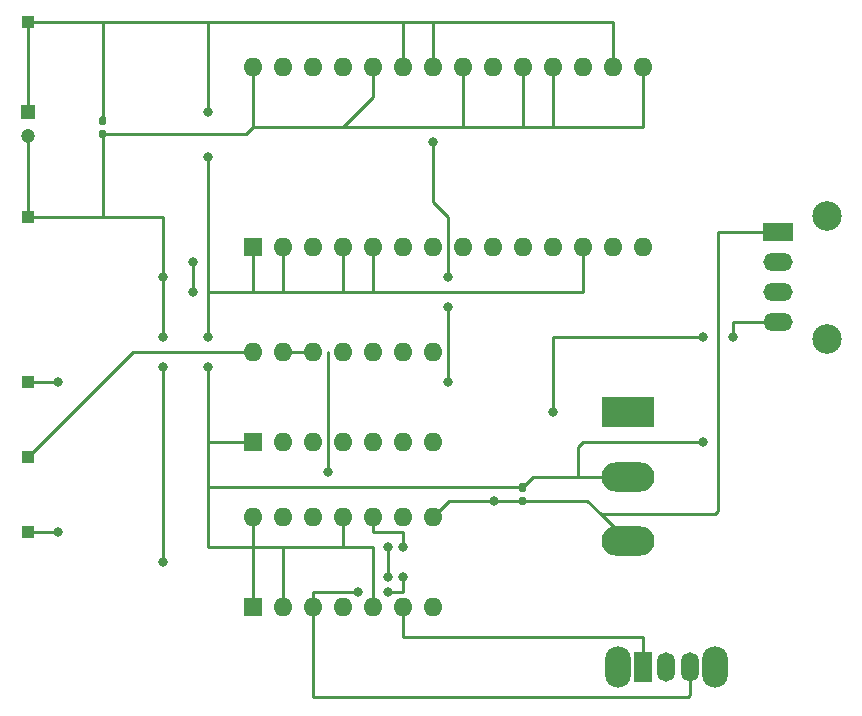
<source format=gbr>
%TF.GenerationSoftware,KiCad,Pcbnew,(5.1.12)-1*%
%TF.CreationDate,2021-11-17T21:29:09+01:00*%
%TF.ProjectId,SC-88VL,53432d38-3856-44c2-9e6b-696361645f70,rev?*%
%TF.SameCoordinates,Original*%
%TF.FileFunction,Copper,L1,Top*%
%TF.FilePolarity,Positive*%
%FSLAX46Y46*%
G04 Gerber Fmt 4.6, Leading zero omitted, Abs format (unit mm)*
G04 Created by KiCad (PCBNEW (5.1.12)-1) date 2021-11-17 21:29:09*
%MOMM*%
%LPD*%
G01*
G04 APERTURE LIST*
%TA.AperFunction,ComponentPad*%
%ADD10R,2.500000X1.500000*%
%TD*%
%TA.AperFunction,ComponentPad*%
%ADD11O,2.500000X1.500000*%
%TD*%
%TA.AperFunction,ComponentPad*%
%ADD12C,2.500000*%
%TD*%
%TA.AperFunction,ComponentPad*%
%ADD13R,1.600000X1.600000*%
%TD*%
%TA.AperFunction,ComponentPad*%
%ADD14O,1.600000X1.600000*%
%TD*%
%TA.AperFunction,ComponentPad*%
%ADD15O,4.500000X2.500000*%
%TD*%
%TA.AperFunction,ComponentPad*%
%ADD16R,4.500000X2.500000*%
%TD*%
%TA.AperFunction,ComponentPad*%
%ADD17O,2.200000X3.500000*%
%TD*%
%TA.AperFunction,ComponentPad*%
%ADD18O,1.500000X2.500000*%
%TD*%
%TA.AperFunction,ComponentPad*%
%ADD19R,1.500000X2.500000*%
%TD*%
%TA.AperFunction,SMDPad,CuDef*%
%ADD20R,1.000000X1.000000*%
%TD*%
%TA.AperFunction,ComponentPad*%
%ADD21C,1.200000*%
%TD*%
%TA.AperFunction,ComponentPad*%
%ADD22R,1.200000X1.200000*%
%TD*%
%TA.AperFunction,ViaPad*%
%ADD23C,0.800000*%
%TD*%
%TA.AperFunction,Conductor*%
%ADD24C,0.250000*%
%TD*%
G04 APERTURE END LIST*
D10*
%TO.P,TOTX170/173/193/194,1*%
%TO.N,N/C*%
X130810000Y-53340000D03*
D11*
%TO.P,TOTX170/173/193/194,2*%
X130810000Y-55880000D03*
%TO.P,TOTX170/173/193/194,3*%
X130810000Y-58420000D03*
%TO.P,TOTX170/173/193/194,4*%
X130810000Y-60960000D03*
D12*
%TO.P,TOTX170/173/193/194,5*%
X135010000Y-62350000D03*
%TO.P,TOTX170/173/193/194,6*%
X135010000Y-51950000D03*
%TD*%
D13*
%TO.P,TC9231N,1*%
%TO.N,N/C*%
X86360000Y-54610000D03*
D14*
%TO.P,TC9231N,15*%
X119380000Y-39370000D03*
%TO.P,TC9231N,2*%
X88900000Y-54610000D03*
%TO.P,TC9231N,16*%
X116840000Y-39370000D03*
%TO.P,TC9231N,3*%
X91440000Y-54610000D03*
%TO.P,TC9231N,17*%
X114300000Y-39370000D03*
%TO.P,TC9231N,4*%
X93980000Y-54610000D03*
%TO.P,TC9231N,18*%
X111760000Y-39370000D03*
%TO.P,TC9231N,5*%
X96520000Y-54610000D03*
%TO.P,TC9231N,19*%
X109220000Y-39370000D03*
%TO.P,TC9231N,6*%
X99060000Y-54610000D03*
%TO.P,TC9231N,20*%
X106680000Y-39370000D03*
%TO.P,TC9231N,7*%
X101600000Y-54610000D03*
%TO.P,TC9231N,21*%
X104140000Y-39370000D03*
%TO.P,TC9231N,8*%
X104140000Y-54610000D03*
%TO.P,TC9231N,22*%
X101600000Y-39370000D03*
%TO.P,TC9231N,9*%
X106680000Y-54610000D03*
%TO.P,TC9231N,23*%
X99060000Y-39370000D03*
%TO.P,TC9231N,10*%
X109220000Y-54610000D03*
%TO.P,TC9231N,24*%
X96520000Y-39370000D03*
%TO.P,TC9231N,11*%
X111760000Y-54610000D03*
%TO.P,TC9231N,25*%
X93980000Y-39370000D03*
%TO.P,TC9231N,12*%
X114300000Y-54610000D03*
%TO.P,TC9231N,26*%
X91440000Y-39370000D03*
%TO.P,TC9231N,13*%
X116840000Y-54610000D03*
%TO.P,TC9231N,27*%
X88900000Y-39370000D03*
%TO.P,TC9231N,14*%
X119380000Y-54610000D03*
%TO.P,TC9231N,28*%
X86360000Y-39370000D03*
%TD*%
D15*
%TO.P,TOSLINK TX,3*%
%TO.N,N/C*%
X118110000Y-79480000D03*
%TO.P,TOSLINK TX,2*%
X118110000Y-74030000D03*
D16*
%TO.P,TOSLINK TX,1*%
X118110000Y-68580000D03*
%TD*%
D17*
%TO.P,SWITCH,*%
%TO.N,*%
X125480000Y-90170000D03*
X117280000Y-90170000D03*
D18*
%TO.P,SWITCH,3*%
%TO.N,N/C*%
X123380000Y-90170000D03*
%TO.P,SWITCH,2*%
X121380000Y-90170000D03*
D19*
%TO.P,SWITCH,1*%
X119380000Y-90170000D03*
%TD*%
%TO.P,0.1uf,2*%
%TO.N,N/C*%
%TA.AperFunction,SMDPad,CuDef*%
G36*
G01*
X109375000Y-75297500D02*
X109065000Y-75297500D01*
G75*
G02*
X108910000Y-75142500I0J155000D01*
G01*
X108910000Y-74717500D01*
G75*
G02*
X109065000Y-74562500I155000J0D01*
G01*
X109375000Y-74562500D01*
G75*
G02*
X109530000Y-74717500I0J-155000D01*
G01*
X109530000Y-75142500D01*
G75*
G02*
X109375000Y-75297500I-155000J0D01*
G01*
G37*
%TD.AperFunction*%
%TO.P,0.1uf,1*%
%TA.AperFunction,SMDPad,CuDef*%
G36*
G01*
X109375000Y-76432500D02*
X109065000Y-76432500D01*
G75*
G02*
X108910000Y-76277500I0J155000D01*
G01*
X108910000Y-75852500D01*
G75*
G02*
X109065000Y-75697500I155000J0D01*
G01*
X109375000Y-75697500D01*
G75*
G02*
X109530000Y-75852500I0J-155000D01*
G01*
X109530000Y-76277500D01*
G75*
G02*
X109375000Y-76432500I-155000J0D01*
G01*
G37*
%TD.AperFunction*%
%TD*%
%TO.P,0.1uf,2*%
%TO.N,N/C*%
%TA.AperFunction,SMDPad,CuDef*%
G36*
G01*
X73815000Y-44250000D02*
X73505000Y-44250000D01*
G75*
G02*
X73350000Y-44095000I0J155000D01*
G01*
X73350000Y-43670000D01*
G75*
G02*
X73505000Y-43515000I155000J0D01*
G01*
X73815000Y-43515000D01*
G75*
G02*
X73970000Y-43670000I0J-155000D01*
G01*
X73970000Y-44095000D01*
G75*
G02*
X73815000Y-44250000I-155000J0D01*
G01*
G37*
%TD.AperFunction*%
%TO.P,0.1uf,1*%
%TA.AperFunction,SMDPad,CuDef*%
G36*
G01*
X73815000Y-45385000D02*
X73505000Y-45385000D01*
G75*
G02*
X73350000Y-45230000I0J155000D01*
G01*
X73350000Y-44805000D01*
G75*
G02*
X73505000Y-44650000I155000J0D01*
G01*
X73815000Y-44650000D01*
G75*
G02*
X73970000Y-44805000I0J-155000D01*
G01*
X73970000Y-45230000D01*
G75*
G02*
X73815000Y-45385000I-155000J0D01*
G01*
G37*
%TD.AperFunction*%
%TD*%
D20*
%TO.P,DATA,1*%
%TO.N,N/C*%
X67310000Y-78740000D03*
%TD*%
%TO.P,BCK,1*%
%TO.N,N/C*%
X67310000Y-72390000D03*
%TD*%
%TO.P,LRCK,1*%
%TO.N,N/C*%
X67310000Y-66040000D03*
%TD*%
%TO.P,GND,1*%
%TO.N,N/C*%
X67310000Y-52070000D03*
%TD*%
%TO.P,+5V,1*%
%TO.N,N/C*%
X67310000Y-35560000D03*
%TD*%
D21*
%TO.P,33uf,2*%
%TO.N,N/C*%
X67310000Y-45180000D03*
D22*
%TO.P,33uf,1*%
X67310000Y-43180000D03*
%TD*%
D14*
%TO.P,74HC74,14*%
%TO.N,N/C*%
X86360000Y-77470000D03*
%TO.P,74HC74,7*%
X101600000Y-85090000D03*
%TO.P,74HC74,13*%
X88900000Y-77470000D03*
%TO.P,74HC74,6*%
X99060000Y-85090000D03*
%TO.P,74HC74,12*%
X91440000Y-77470000D03*
%TO.P,74HC74,5*%
X96520000Y-85090000D03*
%TO.P,74HC74,11*%
X93980000Y-77470000D03*
%TO.P,74HC74,4*%
X93980000Y-85090000D03*
%TO.P,74HC74,10*%
X96520000Y-77470000D03*
%TO.P,74HC74,3*%
X91440000Y-85090000D03*
%TO.P,74HC74,9*%
X99060000Y-77470000D03*
%TO.P,74HC74,2*%
X88900000Y-85090000D03*
%TO.P,74HC74,8*%
X101600000Y-77470000D03*
D13*
%TO.P,74HC74,1*%
X86360000Y-85090000D03*
%TD*%
D14*
%TO.P,74HC04,14*%
%TO.N,N/C*%
X86360000Y-63500000D03*
%TO.P,74HC04,7*%
X101600000Y-71120000D03*
%TO.P,74HC04,13*%
X88900000Y-63500000D03*
%TO.P,74HC04,6*%
X99060000Y-71120000D03*
%TO.P,74HC04,12*%
X91440000Y-63500000D03*
%TO.P,74HC04,5*%
X96520000Y-71120000D03*
%TO.P,74HC04,11*%
X93980000Y-63500000D03*
%TO.P,74HC04,4*%
X93980000Y-71120000D03*
%TO.P,74HC04,10*%
X96520000Y-63500000D03*
%TO.P,74HC04,3*%
X91440000Y-71120000D03*
%TO.P,74HC04,9*%
X99060000Y-63500000D03*
%TO.P,74HC04,2*%
X88900000Y-71120000D03*
%TO.P,74HC04,8*%
X101600000Y-63500000D03*
D13*
%TO.P,74HC04,1*%
X86360000Y-71120000D03*
%TD*%
D23*
%TO.N,*%
X69850000Y-66040000D03*
X69850000Y-78740000D03*
X82550000Y-64770000D03*
X82550000Y-62230000D03*
X82550000Y-46990000D03*
X82550000Y-43180000D03*
X78740000Y-81280000D03*
X78740000Y-64770000D03*
X78740000Y-62230000D03*
X106815000Y-76065000D03*
X78740000Y-57150000D03*
X81280000Y-55880000D03*
X81280000Y-58420000D03*
X92710000Y-73660000D03*
X97790000Y-80010000D03*
X97790000Y-82550000D03*
X99060000Y-80010000D03*
X99060000Y-82550000D03*
X97790000Y-83820000D03*
X95250000Y-83820000D03*
X101600000Y-45720000D03*
X102870000Y-59690000D03*
X102870000Y-66040000D03*
X102870000Y-57150000D03*
X124460000Y-71120000D03*
X111760000Y-68580000D03*
X127000000Y-62230000D03*
X124460000Y-62230000D03*
%TD*%
D24*
%TO.N,*%
X67310000Y-43180000D02*
X67310000Y-35560000D01*
X67310000Y-45180000D02*
X67310000Y-52070000D01*
X116840000Y-35560000D02*
X116840000Y-39370000D01*
X73660000Y-43882500D02*
X73660000Y-35560000D01*
X73660000Y-45017500D02*
X73660000Y-52070000D01*
X73660000Y-52070000D02*
X67310000Y-52070000D01*
X99060000Y-39370000D02*
X99060000Y-35560000D01*
X99060000Y-35560000D02*
X116840000Y-35560000D01*
X67310000Y-35560000D02*
X99060000Y-35560000D01*
X101600000Y-39370000D02*
X101600000Y-35560000D01*
X73660000Y-45017500D02*
X85792500Y-45017500D01*
X86360000Y-44450000D02*
X85792500Y-45017500D01*
X86360000Y-39370000D02*
X86360000Y-44450000D01*
X96520000Y-39370000D02*
X96520000Y-41910000D01*
X93980000Y-44450000D02*
X86360000Y-44450000D01*
X96520000Y-41910000D02*
X93980000Y-44450000D01*
X104140000Y-39370000D02*
X104140000Y-44450000D01*
X104140000Y-44450000D02*
X93980000Y-44450000D01*
X104140000Y-44450000D02*
X109220000Y-44450000D01*
X109220000Y-44450000D02*
X109220000Y-39370000D01*
X109220000Y-44450000D02*
X111760000Y-44450000D01*
X111760000Y-44450000D02*
X111760000Y-39370000D01*
X111760000Y-44450000D02*
X119380000Y-44450000D01*
X119380000Y-44450000D02*
X119380000Y-39370000D01*
X76200000Y-63500000D02*
X67310000Y-72390000D01*
X86360000Y-63500000D02*
X76200000Y-63500000D01*
X67310000Y-66040000D02*
X69850000Y-66040000D01*
X69850000Y-66040000D02*
X69850000Y-66040000D01*
X67310000Y-78740000D02*
X69850000Y-78740000D01*
X69850000Y-78740000D02*
X69850000Y-78740000D01*
X86360000Y-71120000D02*
X82550000Y-71120000D01*
X82550000Y-71120000D02*
X82550000Y-64770000D01*
X82550000Y-64770000D02*
X82550000Y-64770000D01*
X82550000Y-46990000D02*
X82550000Y-46990000D01*
X82550000Y-43180000D02*
X82550000Y-35560000D01*
X82550000Y-80010000D02*
X86360000Y-80010000D01*
X86360000Y-80010000D02*
X86360000Y-77470000D01*
X86360000Y-80010000D02*
X93980000Y-80010000D01*
X93980000Y-80010000D02*
X93980000Y-77470000D01*
X86360000Y-85090000D02*
X86360000Y-80010000D01*
X88900000Y-85090000D02*
X88900000Y-80010000D01*
X96520000Y-85090000D02*
X96520000Y-80010000D01*
X96520000Y-80010000D02*
X93980000Y-80010000D01*
X109220000Y-74930000D02*
X82550000Y-74930000D01*
X82550000Y-74930000D02*
X82550000Y-80010000D01*
X82550000Y-71120000D02*
X82550000Y-74930000D01*
X103005000Y-76065000D02*
X101600000Y-77470000D01*
X109220000Y-76065000D02*
X106815000Y-76065000D01*
X78740000Y-81280000D02*
X78740000Y-64770000D01*
X78740000Y-62230000D02*
X78740000Y-52070000D01*
X78740000Y-52070000D02*
X73660000Y-52070000D01*
X109220000Y-76065000D02*
X114695000Y-76065000D01*
X110120000Y-74030000D02*
X109220000Y-74930000D01*
X106815000Y-76065000D02*
X103005000Y-76065000D01*
X82550000Y-58420000D02*
X86360000Y-58420000D01*
X82550000Y-62230000D02*
X82550000Y-58420000D01*
X82550000Y-58420000D02*
X82550000Y-46990000D01*
X86360000Y-58420000D02*
X86360000Y-54610000D01*
X86360000Y-58420000D02*
X88900000Y-58420000D01*
X88900000Y-58420000D02*
X88900000Y-54610000D01*
X88900000Y-58420000D02*
X93980000Y-58420000D01*
X93980000Y-58420000D02*
X93980000Y-54610000D01*
X93980000Y-58420000D02*
X96520000Y-58420000D01*
X96520000Y-58420000D02*
X96520000Y-54610000D01*
X96520000Y-58420000D02*
X114300000Y-58420000D01*
X114300000Y-58420000D02*
X114300000Y-54610000D01*
X81280000Y-55880000D02*
X81280000Y-58420000D01*
X88900000Y-63500000D02*
X91440000Y-63500000D01*
X92710000Y-63500000D02*
X92710000Y-73660000D01*
X92710000Y-73660000D02*
X92710000Y-73660000D01*
X97790000Y-80010000D02*
X97790000Y-82550000D01*
X96520000Y-77470000D02*
X96520000Y-78740000D01*
X96520000Y-78740000D02*
X99060000Y-78740000D01*
X99060000Y-78740000D02*
X99060000Y-80010000D01*
X99060000Y-80010000D02*
X99060000Y-80010000D01*
X99060000Y-82550000D02*
X99060000Y-83820000D01*
X99060000Y-83820000D02*
X97790000Y-83820000D01*
X97790000Y-83820000D02*
X97790000Y-83820000D01*
X95250000Y-83820000D02*
X91440000Y-83820000D01*
X91440000Y-83820000D02*
X91440000Y-85090000D01*
X123380000Y-90170000D02*
X123380000Y-92520000D01*
X123380000Y-92520000D02*
X123190000Y-92710000D01*
X123190000Y-92710000D02*
X91440000Y-92710000D01*
X91440000Y-92710000D02*
X91440000Y-85090000D01*
X99060000Y-85090000D02*
X99060000Y-87630000D01*
X99060000Y-87630000D02*
X119380000Y-87630000D01*
X119380000Y-87630000D02*
X119380000Y-90170000D01*
X101600000Y-45720000D02*
X101600000Y-48260000D01*
X102870000Y-59690000D02*
X102870000Y-66040000D01*
X101600000Y-48260000D02*
X101600000Y-50800000D01*
X101600000Y-50800000D02*
X102870000Y-52070000D01*
X102870000Y-52070000D02*
X102870000Y-57150000D01*
X102870000Y-57150000D02*
X102870000Y-57150000D01*
X115835000Y-77205000D02*
X125465000Y-77205000D01*
X114695000Y-76065000D02*
X115835000Y-77205000D01*
X115835000Y-77205000D02*
X118110000Y-79480000D01*
X125465000Y-77205000D02*
X125730000Y-76940000D01*
X125730000Y-76940000D02*
X125730000Y-53340000D01*
X125730000Y-53340000D02*
X130810000Y-53340000D01*
X113930000Y-74030000D02*
X113930000Y-71490000D01*
X118110000Y-74030000D02*
X113930000Y-74030000D01*
X113930000Y-74030000D02*
X110120000Y-74030000D01*
X113930000Y-71490000D02*
X114300000Y-71120000D01*
X114300000Y-71120000D02*
X124460000Y-71120000D01*
X124460000Y-71120000D02*
X124460000Y-71120000D01*
X111760000Y-68580000D02*
X111760000Y-62230000D01*
X111760000Y-62230000D02*
X124460000Y-62230000D01*
X124460000Y-62230000D02*
X124460000Y-62230000D01*
X127000000Y-62230000D02*
X127000000Y-60960000D01*
X127000000Y-60960000D02*
X130810000Y-60960000D01*
%TD*%
M02*

</source>
